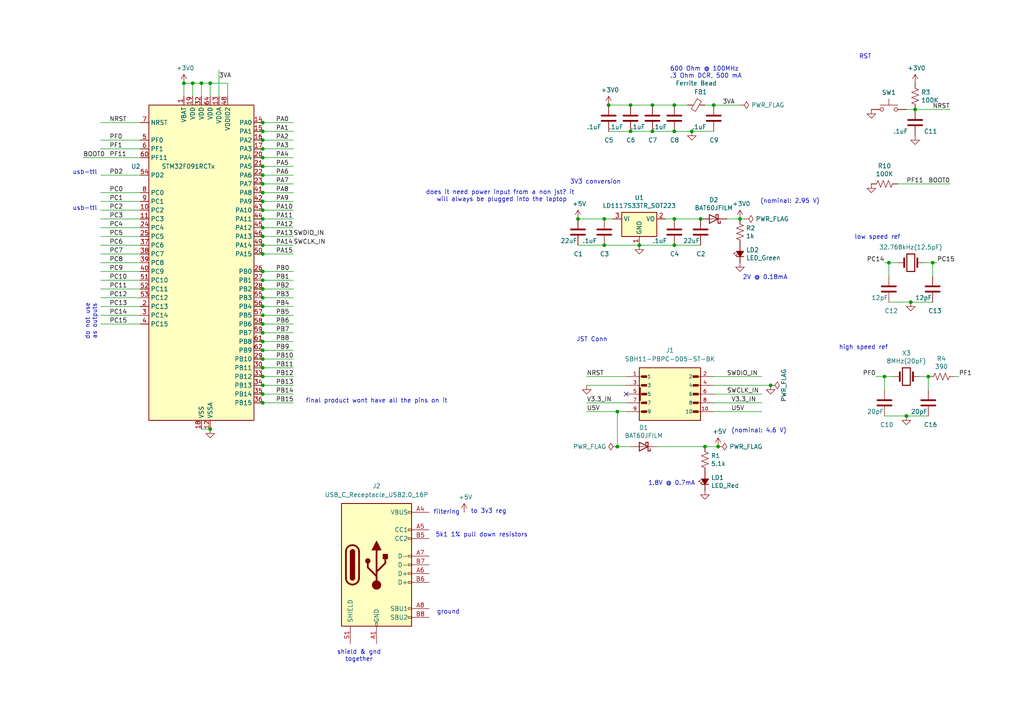
<source format=kicad_sch>
(kicad_sch (version 20250114) (generator "eeschema") (generator_version "9.0")
  (paper "A4")
  (title_block (title "AutonAir STM"))
  (lib_symbols
    (symbol "Connector:USB_C_Receptacle_USB2.0_16P" (pin_names (offset 1.016))
      (property "Reference" "J" (at 0 22.225 0))
      (property "Value" "USB_C_Receptacle_USB2.0_16P" (at 0 19.685 0))
      (symbol "USB_C_Receptacle_USB2.0_16P_0_0"
        (rectangle (start -0.254 -17.78) (end 0.254 -16.764))
        (rectangle (start 10.16 15.494) (end 9.144 14.986))
        (rectangle (start 10.16 10.414) (end 9.144 9.906))
        (rectangle (start 10.16 7.874) (end 9.144 7.366))
        (rectangle (start 10.16 2.794) (end 9.144 2.286))
        (rectangle (start 10.16 0.254) (end 9.144 -0.254))
        (rectangle (start 10.16 -2.286) (end 9.144 -2.794))
        (rectangle (start 10.16 -4.826) (end 9.144 -5.334))
        (rectangle (start 10.16 -12.446) (end 9.144 -12.954))
        (rectangle (start 10.16 -14.986) (end 9.144 -15.494))
      )
      (symbol "USB_C_Receptacle_USB2.0_16P_0_1"
        (rectangle (start -10.16 17.78) (end 10.16 -17.78) (stroke (width 0.254)) (fill (type background)))
        (polyline (pts (xy -8.89 -3.81) (xy -8.89 3.81)) (stroke (width 0.508)))
        (rectangle (start -7.62 -3.81) (end -6.35 3.81) (stroke (width 0.254)) (fill (type outline)))
        (arc (start -7.62 3.81) (mid -6.985 4.4423) (end -6.35 3.81) (stroke (width 0.254)))
        (arc (start -7.62 3.81) (mid -6.985 4.4423) (end -6.35 3.81) (stroke (width 0.254)) (fill (type outline)))
        (arc (start -8.89 3.81) (mid -6.985 5.7067) (end -5.08 3.81) (stroke (width 0.508)))
        (arc (start -5.08 -3.81) (mid -6.985 -5.7067) (end -8.89 -3.81) (stroke (width 0.508)))
        (arc (start -6.35 -3.81) (mid -6.985 -4.4423) (end -7.62 -3.81) (stroke (width 0.254)))
        (arc (start -6.35 -3.81) (mid -6.985 -4.4423) (end -7.62 -3.81) (stroke (width 0.254)) (fill (type outline)))
        (polyline (pts (xy -5.08 3.81) (xy -5.08 -3.81)) (stroke (width 0.508)))
        (circle (center -2.54 1.143) (radius 0.635) (stroke (width 0.254)) (fill (type outline)))
        (polyline (pts (xy -1.27 4.318) (xy 0 6.858) (xy 1.27 4.318) (xy -1.27 4.318)) (stroke (width 0.254)) (fill (type outline)))
        (polyline (pts (xy 0 -2.032) (xy 2.54 0.508) (xy 2.54 1.778)) (stroke (width 0.508)))
        (polyline (pts (xy 0 -3.302) (xy -2.54 -0.762) (xy -2.54 0.508)) (stroke (width 0.508)))
        (polyline (pts (xy 0 -5.842) (xy 0 4.318)) (stroke (width 0.508)))
        (circle (center 0 -5.842) (radius 1.27) (fill (type outline)))
        (rectangle (start 1.905 1.778) (end 3.175 3.048) (stroke (width 0.254)) (fill (type outline)))
      )
      (symbol "USB_C_Receptacle_USB2.0_16P_1_1"
        (pin passive line (at -7.62 -22.86 90) (length 5.08) (name "SHIELD") (number "S1"))
        (pin passive line (at 0 -22.86 90) (length 5.08) (name "GND") (number "A1"))
        (pin passive line (at 0 -22.86 90) (length 5.08) (hide yes) (name "GND") (number "A12"))
        (pin passive line (at 0 -22.86 90) (length 5.08) (hide yes) (name "GND") (number "B1"))
        (pin passive line (at 0 -22.86 90) (length 5.08) (hide yes) (name "GND") (number "B12"))
        (pin passive line (at 15.24 15.24 180) (length 5.08) (name "VBUS") (number "A4"))
        (pin passive line (at 15.24 15.24 180) (length 5.08) (hide yes) (name "VBUS") (number "A9"))
        (pin passive line (at 15.24 15.24 180) (length 5.08) (hide yes) (name "VBUS") (number "B4"))
        (pin passive line (at 15.24 15.24 180) (length 5.08) (hide yes) (name "VBUS") (number "B9"))
        (pin bidirectional line (at 15.24 10.16 180) (length 5.08) (name "CC1") (number "A5"))
        (pin bidirectional line (at 15.24 7.62 180) (length 5.08) (name "CC2") (number "B5"))
        (pin bidirectional line (at 15.24 2.54 180) (length 5.08) (name "D-") (number "A7"))
        (pin bidirectional line (at 15.24 0 180) (length 5.08) (name "D-") (number "B7"))
        (pin bidirectional line (at 15.24 -2.54 180) (length 5.08) (name "D+") (number "A6"))
        (pin bidirectional line (at 15.24 -5.08 180) (length 5.08) (name "D+") (number "B6"))
        (pin bidirectional line (at 15.24 -12.7 180) (length 5.08) (name "SBU1") (number "A8"))
        (pin bidirectional line (at 15.24 -15.24 180) (length 5.08) (name "SBU2") (number "B8"))
      )
    )
    (symbol "Device:C" (pin_numbers (hide yes)) (pin_names (offset 0.254))
      (property "Reference" "C" (at 0.635 2.54 0))
      (property "Value" "C" (at 0.635 -2.54 0))
      (symbol "C_0_1"
        (polyline (pts (xy -2.032 0.762) (xy 2.032 0.762)) (stroke (width 0.508)))
        (polyline (pts (xy -2.032 -0.762) (xy 2.032 -0.762)) (stroke (width 0.508)))
      )
      (symbol "C_1_1"
        (pin passive line (at 0 3.81 270) (length 2.794) (name "~") (number "1"))
        (pin passive line (at 0 -3.81 90) (length 2.794) (name "~") (number "2"))
      )
    )
    (symbol "Device:Crystal" (pin_numbers (hide yes)) (pin_names (offset 1.016) (hide yes))
      (property "Reference" "Y" (at 0 3.81 0))
      (property "Value" "Crystal" (at 0 -3.81 0))
      (symbol "Crystal_0_1"
        (polyline (pts (xy -2.54 0) (xy -1.905 0)))
        (polyline (pts (xy -1.905 -1.27) (xy -1.905 1.27)) (stroke (width 0.508)))
        (rectangle (start -1.143 2.54) (end 1.143 -2.54) (stroke (width 0.3048)))
        (polyline (pts (xy 1.905 -1.27) (xy 1.905 1.27)) (stroke (width 0.508)))
        (polyline (pts (xy 2.54 0) (xy 1.905 0)))
      )
      (symbol "Crystal_1_1"
        (pin passive line (at -3.81 0 0) (length 1.27) (name "1") (number "1"))
        (pin passive line (at 3.81 0 180) (length 1.27) (name "2") (number "2"))
      )
    )
    (symbol "Device:Ferrite_Bead_Small" (pin_numbers (hide yes)) (pin_names (offset 0))
      (property "Reference" "FB" (at 1.905 1.27 0))
      (property "Value" "Device_Ferrite_Bead_Small" (at 1.905 -1.27 0))
      (symbol "Ferrite_Bead_Small_0_1"
        (polyline (pts (xy -1.8288 0.2794) (xy -1.1176 1.4986) (xy 1.8288 -0.2032) (xy 1.1176 -1.4224) (xy -1.8288 0.2794)))
        (polyline (pts (xy 0 0.889) (xy 0 1.2954)))
        (polyline (pts (xy 0 -1.27) (xy 0 -0.7874)))
      )
      (symbol "Ferrite_Bead_Small_1_1"
        (pin passive line (at 0 2.54 270) (length 1.27) (name "~") (number "1"))
        (pin passive line (at 0 -2.54 90) (length 1.27) (name "~") (number "2"))
      )
    )
    (symbol "Device:LED_Small_ALT" (pin_numbers (hide yes)) (pin_names (offset 0.254) (hide yes))
      (property "Reference" "D" (at -1.27 3.175 0))
      (property "Value" "Device_LED_Small_ALT" (at -4.445 -2.54 0))
      (symbol "LED_Small_ALT_0_1"
        (polyline (pts (xy -0.762 -1.016) (xy -0.762 1.016)) (stroke (width 0.254)))
        (polyline (pts (xy 0 0.762) (xy -0.508 1.27) (xy -0.254 1.27) (xy -0.508 1.27) (xy -0.508 1.016)))
        (polyline (pts (xy 0.508 1.27) (xy 0 1.778) (xy 0.254 1.778) (xy 0 1.778) (xy 0 1.524)))
        (polyline (pts (xy 0.762 -1.016) (xy -0.762 0) (xy 0.762 1.016) (xy 0.762 -1.016)) (stroke (width 0.254)) (fill (type outline)))
        (polyline (pts (xy 1.016 0) (xy -0.762 0)))
      )
      (symbol "LED_Small_ALT_1_1"
        (pin passive line (at -2.54 0 0) (length 1.778) (name "K") (number "1"))
        (pin passive line (at 2.54 0 180) (length 1.778) (name "A") (number "2"))
      )
    )
    (symbol "Device:R_US" (pin_numbers (hide yes)) (pin_names (offset 0))
      (property "Reference" "R" (at 2.54 0 90))
      (property "Value" "R_US" (at -2.54 0 90))
      (symbol "R_US_0_1"
        (polyline (pts (xy 0 2.286) (xy 0 2.54)))
        (polyline (pts (xy 0 2.286) (xy 1.016 1.905) (xy 0 1.524) (xy -1.016 1.143) (xy 0 0.762)))
        (polyline (pts (xy 0 0.762) (xy 1.016 0.381) (xy 0 0) (xy -1.016 -0.381) (xy 0 -0.762)))
        (polyline (pts (xy 0 -0.762) (xy 1.016 -1.143) (xy 0 -1.524) (xy -1.016 -1.905) (xy 0 -2.286)))
        (polyline (pts (xy 0 -2.286) (xy 0 -2.54)))
      )
      (symbol "R_US_1_1"
        (pin passive line (at 0 3.81 270) (length 1.27) (name "~") (number "1"))
        (pin passive line (at 0 -3.81 90) (length 1.27) (name "~") (number "2"))
      )
    )
    (symbol "Diode:BAT60A" (pin_numbers (hide yes)) (pin_names (offset 1.016) (hide yes))
      (property "Reference" "D" (at 0 2.54 0))
      (property "Value" "BAT60A" (at 0 -2.54 0))
      (symbol "BAT60A_0_1"
        (polyline (pts (xy -1.905 0.635) (xy -1.905 1.27) (xy -1.27 1.27) (xy -1.27 -1.27) (xy -0.635 -1.27) (xy -0.635 -0.635)) (stroke (width 0.254)))
        (polyline (pts (xy 1.27 1.27) (xy 1.27 -1.27) (xy -1.27 0) (xy 1.27 1.27)) (stroke (width 0.254)))
        (polyline (pts (xy 1.27 0) (xy -1.27 0)))
      )
      (symbol "BAT60A_1_1"
        (pin passive line (at -3.81 0 0) (length 2.54) (name "K") (number "1"))
        (pin passive line (at 3.81 0 180) (length 2.54) (name "A") (number "2"))
      )
    )
    (symbol "MCU_ST_STM32F0:STM32F091RCTx"
      (property "Reference" "U" (at -15.24 46.99 0))
      (property "Value" "STM32F091RCTx" (at 10.16 46.99 0))
      (symbol "STM32F091RCTx_0_1"
        (rectangle (start -15.24 -45.72) (end 15.24 45.72) (stroke (width 0.254)) (fill (type background)))
      )
      (symbol "STM32F091RCTx_1_1"
        (pin input line (at -17.78 40.64 0) (length 2.54) (name "NRST") (number "7"))
        (pin bidirectional line (at -17.78 35.56 0) (length 2.54) (name "PF0") (number "5"))
        (pin bidirectional line (at -17.78 33.02 0) (length 2.54) (name "PF1") (number "6"))
        (pin bidirectional line (at -17.78 30.48 0) (length 2.54) (name "PF11") (number "60"))
        (pin bidirectional line (at -17.78 25.4 0) (length 2.54) (name "PD2") (number "54"))
        (pin bidirectional line (at -17.78 20.32 0) (length 2.54) (name "PC0") (number "8"))
        (pin bidirectional line (at -17.78 17.78 0) (length 2.54) (name "PC1") (number "9"))
        (pin bidirectional line (at -17.78 15.24 0) (length 2.54) (name "PC2") (number "10"))
        (pin bidirectional line (at -17.78 12.7 0) (length 2.54) (name "PC3") (number "11"))
        (pin bidirectional line (at -17.78 10.16 0) (length 2.54) (name "PC4") (number "24"))
        (pin bidirectional line (at -17.78 7.62 0) (length 2.54) (name "PC5") (number "25"))
        (pin bidirectional line (at -17.78 5.08 0) (length 2.54) (name "PC6") (number "37"))
        (pin bidirectional line (at -17.78 2.54 0) (length 2.54) (name "PC7") (number "38"))
        (pin bidirectional line (at -17.78 0 0) (length 2.54) (name "PC8") (number "39"))
        (pin bidirectional line (at -17.78 -2.54 0) (length 2.54) (name "PC9") (number "40"))
        (pin bidirectional line (at -17.78 -5.08 0) (length 2.54) (name "PC10") (number "51"))
        (pin bidirectional line (at -17.78 -7.62 0) (length 2.54) (name "PC11") (number "52"))
        (pin bidirectional line (at -17.78 -10.16 0) (length 2.54) (name "PC12") (number "53"))
        (pin bidirectional line (at -17.78 -12.7 0) (length 2.54) (name "PC13") (number "2"))
        (pin bidirectional line (at -17.78 -15.24 0) (length 2.54) (name "PC14") (number "3"))
        (pin bidirectional line (at -17.78 -17.78 0) (length 2.54) (name "PC15") (number "4"))
        (pin power_in line (at -5.08 48.26 270) (length 2.54) (name "VBAT") (number "1"))
        (pin power_in line (at -2.54 48.26 270) (length 2.54) (name "VDD") (number "19"))
        (pin power_in line (at 0 48.26 270) (length 2.54) (name "VDD") (number "32"))
        (pin power_in line (at 0 -48.26 90) (length 2.54) (name "VSS") (number "18"))
        (pin passive line (at 0 -48.26 90) (length 2.54) (hide yes) (name "VSS") (number "31"))
        (pin passive line (at 0 -48.26 90) (length 2.54) (hide yes) (name "VSS") (number "47"))
        (pin passive line (at 0 -48.26 90) (length 2.54) (hide yes) (name "VSS") (number "63"))
        (pin power_in line (at 2.54 48.26 270) (length 2.54) (name "VDD") (number "64"))
        (pin power_in line (at 2.54 -48.26 90) (length 2.54) (name "VSSA") (number "12"))
        (pin power_in line (at 5.08 48.26 270) (length 2.54) (name "VDDA") (number "13"))
        (pin power_in line (at 7.62 48.26 270) (length 2.54) (name "VDDIO2") (number "48"))
        (pin bidirectional line (at 17.78 40.64 180) (length 2.54) (name "PA0") (number "14"))
        (pin bidirectional line (at 17.78 38.1 180) (length 2.54) (name "PA1") (number "15"))
        (pin bidirectional line (at 17.78 35.56 180) (length 2.54) (name "PA2") (number "16"))
        (pin bidirectional line (at 17.78 33.02 180) (length 2.54) (name "PA3") (number "17"))
        (pin bidirectional line (at 17.78 30.48 180) (length 2.54) (name "PA4") (number "20"))
        (pin bidirectional line (at 17.78 27.94 180) (length 2.54) (name "PA5") (number "21"))
        (pin bidirectional line (at 17.78 25.4 180) (length 2.54) (name "PA6") (number "22"))
        (pin bidirectional line (at 17.78 22.86 180) (length 2.54) (name "PA7") (number "23"))
        (pin bidirectional line (at 17.78 20.32 180) (length 2.54) (name "PA8") (number "41"))
        (pin bidirectional line (at 17.78 17.78 180) (length 2.54) (name "PA9") (number "42"))
        (pin bidirectional line (at 17.78 15.24 180) (length 2.54) (name "PA10") (number "43"))
        (pin bidirectional line (at 17.78 12.7 180) (length 2.54) (name "PA11") (number "44"))
        (pin bidirectional line (at 17.78 10.16 180) (length 2.54) (name "PA12") (number "45"))
        (pin bidirectional line (at 17.78 7.62 180) (length 2.54) (name "PA13") (number "46"))
        (pin bidirectional line (at 17.78 5.08 180) (length 2.54) (name "PA14") (number "49"))
        (pin bidirectional line (at 17.78 2.54 180) (length 2.54) (name "PA15") (number "50"))
        (pin bidirectional line (at 17.78 -2.54 180) (length 2.54) (name "PB0") (number "26"))
        (pin bidirectional line (at 17.78 -5.08 180) (length 2.54) (name "PB1") (number "27"))
        (pin bidirectional line (at 17.78 -7.62 180) (length 2.54) (name "PB2") (number "28"))
        (pin bidirectional line (at 17.78 -10.16 180) (length 2.54) (name "PB3") (number "55"))
        (pin bidirectional line (at 17.78 -12.7 180) (length 2.54) (name "PB4") (number "56"))
        (pin bidirectional line (at 17.78 -15.24 180) (length 2.54) (name "PB5") (number "57"))
        (pin bidirectional line (at 17.78 -17.78 180) (length 2.54) (name "PB6") (number "58"))
        (pin bidirectional line (at 17.78 -20.32 180) (length 2.54) (name "PB7") (number "59"))
        (pin bidirectional line (at 17.78 -22.86 180) (length 2.54) (name "PB8") (number "61"))
        (pin bidirectional line (at 17.78 -25.4 180) (length 2.54) (name "PB9") (number "62"))
        (pin bidirectional line (at 17.78 -27.94 180) (length 2.54) (name "PB10") (number "29"))
        (pin bidirectional line (at 17.78 -30.48 180) (length 2.54) (name "PB11") (number "30"))
        (pin bidirectional line (at 17.78 -33.02 180) (length 2.54) (name "PB12") (number "33"))
        (pin bidirectional line (at 17.78 -35.56 180) (length 2.54) (name "PB13") (number "34"))
        (pin bidirectional line (at 17.78 -38.1 180) (length 2.54) (name "PB14") (number "35"))
        (pin bidirectional line (at 17.78 -40.64 180) (length 2.54) (name "PB15") (number "36"))
      )
    )
    (symbol "Regulator_Linear:LD1117S33TR_SOT223"
      (property "Reference" "U" (at -3.81 3.175 0))
      (property "Value" "LD1117S33TR_SOT223" (at 0 3.175 0))
      (symbol "LD1117S33TR_SOT223_0_1"
        (rectangle (start -5.08 -5.08) (end 5.08 1.905) (stroke (width 0.254)) (fill (type background)))
      )
      (symbol "LD1117S33TR_SOT223_1_1"
        (pin power_in line (at -7.62 0 0) (length 2.54) (name "VI") (number "3"))
        (pin power_in line (at 0 -7.62 90) (length 2.54) (name "GND") (number "1"))
        (pin power_out line (at 7.62 0 180) (length 2.54) (name "VO") (number "2"))
      )
    )
    (symbol "Switch:SW_Push" (pin_numbers (hide yes)) (pin_names (offset 1.016) (hide yes))
      (property "Reference" "SW" (at 1.27 2.54 0))
      (property "Value" "SW_Push" (at 0 -1.524 0))
      (symbol "SW_Push_0_1"
        (circle (center -2.032 0) (radius 0.508))
        (polyline (pts (xy 0 1.27) (xy 0 3.048)))
        (circle (center 2.032 0) (radius 0.508))
        (polyline (pts (xy 2.54 1.27) (xy -2.54 1.27)))
        (pin passive line (at -5.08 0 0) (length 2.54) (name "1") (number "1"))
        (pin passive line (at 5.08 0 180) (length 2.54) (name "2") (number "2"))
      )
    )
    (symbol "jtag_conn:SBH11-PBPC-D05-ST-BK" (pin_names (offset 1.016))
      (property "Reference" "J" (at -10.16 8.89 0))
      (property "Value" "SBH11-PBPC-D05-ST-BK" (at -10.16 -10.16 0))
      (symbol "SBH11-PBPC-D05-ST-BK_0_0"
        (rectangle (start -8.89 7.62) (end 8.89 -7.62) (stroke (width 0.254)) (fill (type background)))
        (rectangle (start -8.255 4.7625) (end -6.6675 5.3975) (stroke (width 0.1)) (fill (type outline)))
        (rectangle (start -8.255 2.2225) (end -6.6675 2.8575) (stroke (width 0.1)) (fill (type outline)))
        (rectangle (start -8.255 -0.3175) (end -6.6675 0.3175) (stroke (width 0.1)) (fill (type outline)))
        (rectangle (start -8.255 -2.8575) (end -6.6675 -2.2225) (stroke (width 0.1)) (fill (type outline)))
        (rectangle (start -8.255 -5.3975) (end -6.6675 -4.7625) (stroke (width 0.1)) (fill (type outline)))
        (rectangle (start 6.6675 4.7625) (end 8.255 5.3975) (stroke (width 0.1)) (fill (type outline)))
        (rectangle (start 6.6675 2.2225) (end 8.255 2.8575) (stroke (width 0.1)) (fill (type outline)))
        (rectangle (start 6.6675 -0.3175) (end 8.255 0.3175) (stroke (width 0.1)) (fill (type outline)))
        (rectangle (start 6.6675 -2.8575) (end 8.255 -2.2225) (stroke (width 0.1)) (fill (type outline)))
        (rectangle (start 6.6675 -5.3975) (end 8.255 -4.7625) (stroke (width 0.1)) (fill (type outline)))
        (pin passive line (at -12.7 5.08 0) (length 5.08) (name "1") (number "1"))
        (pin passive line (at -12.7 2.54 0) (length 5.08) (name "3") (number "3"))
        (pin passive line (at -12.7 0 0) (length 5.08) (name "5") (number "5"))
        (pin passive line (at -12.7 -2.54 0) (length 5.08) (name "7") (number "7"))
        (pin passive line (at -12.7 -5.08 0) (length 5.08) (name "9") (number "9"))
        (pin passive line (at 12.7 5.08 180) (length 5.08) (name "2") (number "2"))
        (pin passive line (at 12.7 2.54 180) (length 5.08) (name "4") (number "4"))
        (pin passive line (at 12.7 0 180) (length 5.08) (name "6") (number "6"))
        (pin passive line (at 12.7 -2.54 180) (length 5.08) (name "8") (number "8"))
        (pin passive line (at 12.7 -5.08 180) (length 5.08) (name "10") (number "10"))
      )
      (symbol "SBH11-PBPC-D05-ST-BK_1_1"
        (rectangle (start -8.89 1.905) (end -8.5345 -1.905) (fill (type outline)))
      )
    )
    (symbol "power:+3V0" (power) (pin_numbers (hide yes)) (pin_names (offset 0) (hide yes))
      (property "Value" "+3V0" (at 0 3.556 0))
      (symbol "+3V0_0_1"
        (polyline (pts (xy -0.762 1.27) (xy 0 2.54)))
        (polyline (pts (xy 0 2.54) (xy 0.762 1.27)))
        (polyline (pts (xy 0 0) (xy 0 2.54)))
      )
      (symbol "+3V0_1_1"
        (pin power_in line (at 0 0 90) (length 0) (name "~") (number "1"))
      )
    )
    (symbol "power:+5V" (power) (pin_numbers (hide yes)) (pin_names (offset 0) (hide yes))
      (property "Value" "+5V" (at 0 3.556 0))
      (symbol "+5V_0_1"
        (polyline (pts (xy -0.762 1.27) (xy 0 2.54)))
        (polyline (pts (xy 0 2.54) (xy 0.762 1.27)))
        (polyline (pts (xy 0 0) (xy 0 2.54)))
      )
      (symbol "+5V_1_1"
        (pin power_in line (at 0 0 90) (length 0) (name "~") (number "1"))
      )
    )
    (symbol "power:GND" (power) (pin_numbers (hide yes)) (pin_names (offset 0) (hide yes))
      (property "Value" "GND" (at 0 -3.81 0))
      (symbol "GND_0_1"
        (polyline (pts (xy 0 0) (xy 0 -1.27) (xy 1.27 -1.27) (xy 0 -2.54) (xy -1.27 -1.27) (xy 0 -1.27)))
      )
      (symbol "GND_1_1"
        (pin power_in line (at 0 0 270) (length 0) (name "~") (number "1"))
      )
    )
    (symbol "power:PWR_FLAG" (power) (pin_numbers (hide yes)) (pin_names (offset 0) (hide yes))
      (property "Value" "PWR_FLAG" (at 0 3.81 0))
      (symbol "PWR_FLAG_0_0"
        (pin power_out line (at 0 0 90) (length 0) (name "~") (number "1"))
      )
      (symbol "PWR_FLAG_0_1"
        (polyline (pts (xy 0 0) (xy 0 1.27) (xy -1.016 1.905) (xy 0 2.54) (xy 1.016 1.905) (xy 0 1.27)))
      )
    )
  )
  (text "ground\n" (at 130.048 177.546 0) (effects (font (size 1.27 1.27))))
  (text "does it need power input from a non jst? it \nwill always be plugged into the laptop" (at 145.542 56.896 0) (effects (font (size 1.27 1.27))))
  (text "600 Ohm @ 100MHz\n.3 Ohm DCR, 500 mA" (at 194.31 22.86 0) (effects (font (size 1.27 1.27)) (justify left bottom)))
  (text "usb-ttl" (at 24.638 60.452 0) (effects (font (size 1.27 1.27))))
  (text "2V @ 0.18mA" (at 215.392 81.28 0) (effects (font (size 1.27 1.27)) (justify left bottom)))
  (text "5k1 1% pull down resistors" (at 139.7 155.194 0) (effects (font (size 1.27 1.27))))
  (text "shield & gnd\ntogether\n" (at 104.14 190.246 0) (effects (font (size 1.27 1.27))))
  (text "(nominal: 2.95 V)" (at 220.472 59.182 0) (effects (font (size 1.27 1.27)) (justify left bottom)))
  (text "to 3v3 reg" (at 141.732 148.336 0) (effects (font (size 1.27 1.27))))
  (text "usb-ttl" (at 24.638 50.038 0) (effects (font (size 1.27 1.27))))
  (text "RST" (at 250.952 16.51 0) (effects (font (size 1.27 1.27))))
  (text "1.8V @ 0.7mA" (at 187.96 140.97 0) (effects (font (size 1.27 1.27)) (justify left bottom)))
  (text "(nominal: 4.6 V)" (at 212.09 125.73 0) (effects (font (size 1.27 1.27)) (justify left bottom)))
  (text "do not use\nas outputs" (at 26.416 93.218 90) (effects (font (size 1.27 1.27))))
  (text "JST Conn" (at 171.704 98.552 0) (effects (font (size 1.27 1.27))))
  (text "high speed ref" (at 250.444 100.838 0) (effects (font (size 1.27 1.27))))
  (text "3V3 conversion" (at 172.72 52.832 0) (effects (font (size 1.27 1.27))))
  (text "low speed ref" (at 254.508 68.834 0) (effects (font (size 1.27 1.27))))
  (text "final product wont have all the pins on it\n" (at 109.22 116.332 0) (effects (font (size 1.27 1.27))))
  (text "filtering\n" (at 129.54 148.59 0) (effects (font (size 1.27 1.27))))
  (junction (at 195.58 63.5))
  (junction (at 76.2 48.26))
  (junction (at 76.2 38.1))
  (junction (at 262.89 120.65))
  (junction (at 53.34 24.13))
  (junction (at 200.66 38.1))
  (junction (at 175.26 71.12))
  (junction (at 167.64 63.5))
  (junction (at 265.43 31.75))
  (junction (at 208.28 129.54))
  (junction (at 76.2 93.98))
  (junction (at 76.2 40.64))
  (junction (at 76.2 83.82))
  (junction (at 214.63 63.5))
  (junction (at 60.96 24.13))
  (junction (at 76.2 96.52))
  (junction (at 269.24 109.22))
  (junction (at 58.42 24.13))
  (junction (at 185.42 71.12))
  (junction (at 189.23 38.1))
  (junction (at 76.2 43.18))
  (junction (at 76.2 101.6))
  (junction (at 76.2 111.76))
  (junction (at 76.2 88.9))
  (junction (at 76.2 99.06))
  (junction (at 76.2 63.5))
  (junction (at 76.2 68.58))
  (junction (at 203.2 63.5))
  (junction (at 189.23 30.48))
  (junction (at 207.01 30.48))
  (junction (at 76.2 114.3))
  (junction (at 76.2 78.74))
  (junction (at 76.2 53.34))
  (junction (at 176.53 30.48))
  (junction (at 76.2 71.12))
  (junction (at 76.2 116.84))
  (junction (at 76.2 50.8))
  (junction (at 179.07 119.38))
  (junction (at 195.58 30.48))
  (junction (at 76.2 91.44))
  (junction (at 182.88 30.48))
  (junction (at 76.2 55.88))
  (junction (at 175.26 63.5))
  (junction (at 76.2 104.14))
  (junction (at 76.2 81.28))
  (junction (at 204.47 129.54))
  (junction (at 76.2 58.42))
  (junction (at 76.2 73.66))
  (junction (at 76.2 60.96))
  (junction (at 195.58 71.12))
  (junction (at 76.2 45.72))
  (junction (at 76.2 86.36))
  (junction (at 179.07 129.54))
  (junction (at 257.81 76.2))
  (junction (at 223.52 111.76))
  (junction (at 76.2 35.56))
  (junction (at 264.16 87.63))
  (junction (at 76.2 66.04))
  (junction (at 76.2 106.68))
  (junction (at 195.58 38.1))
  (junction (at 182.88 38.1))
  (junction (at 60.96 124.46))
  (junction (at 256.54 109.22))
  (junction (at 76.2 109.22))
  (junction (at 55.88 24.13))
  (junction (at 270.51 76.2))
  (no_connect (at 181.61 114.3))
  (wire (pts (xy 264.16 87.63) (xy 270.51 87.63)))
  (wire (pts (xy 73.66 63.5) (xy 76.2 63.5)))
  (wire (pts (xy 254 109.22) (xy 256.54 109.22)))
  (wire (pts (xy 207.01 111.76) (xy 223.52 111.76)))
  (wire (pts (xy 266.7 109.22) (xy 269.24 109.22)))
  (wire (pts (xy 200.66 38.1) (xy 207.01 38.1)))
  (wire (pts (xy 76.2 93.98) (xy 85.09 93.98)))
  (wire (pts (xy 76.2 101.6) (xy 85.09 101.6)))
  (wire (pts (xy 55.88 24.13) (xy 55.88 27.94)))
  (wire (pts (xy 76.2 111.76) (xy 85.09 111.76)))
  (wire (pts (xy 259.08 109.22) (xy 256.54 109.22)))
  (wire (pts (xy 260.35 76.2) (xy 257.81 76.2)))
  (wire (pts (xy 40.64 78.74) (xy 29.21 78.74)))
  (wire (pts (xy 73.66 50.8) (xy 76.2 50.8)))
  (wire (pts (xy 76.2 99.06) (xy 85.09 99.06)))
  (wire (pts (xy 73.66 48.26) (xy 76.2 48.26)))
  (wire (pts (xy 73.66 83.82) (xy 76.2 83.82)))
  (wire (pts (xy 76.2 60.96) (xy 85.09 60.96)))
  (wire (pts (xy 53.34 24.13) (xy 55.88 24.13)))
  (wire (pts (xy 167.64 63.5) (xy 175.26 63.5)))
  (wire (pts (xy 76.2 91.44) (xy 85.09 91.44)))
  (wire (pts (xy 76.2 104.14) (xy 85.09 104.14)))
  (wire (pts (xy 73.66 66.04) (xy 76.2 66.04)))
  (wire (pts (xy 76.2 66.04) (xy 85.09 66.04)))
  (wire (pts (xy 24.13 45.72) (xy 40.64 45.72)))
  (wire (pts (xy 208.28 129.54) (xy 204.47 129.54)))
  (wire (pts (xy 269.24 109.22) (xy 269.24 113.03)))
  (wire (pts (xy 58.42 24.13) (xy 60.96 24.13)))
  (wire (pts (xy 204.47 129.54) (xy 190.5 129.54)))
  (wire (pts (xy 58.42 124.46) (xy 60.96 124.46)))
  (wire (pts (xy 60.96 24.13) (xy 60.96 27.94)))
  (wire (pts (xy 53.34 27.94) (xy 53.34 24.13)))
  (wire (pts (xy 73.66 40.64) (xy 76.2 40.64)))
  (wire (pts (xy 73.66 99.06) (xy 76.2 99.06)))
  (wire (pts (xy 73.66 71.12) (xy 76.2 71.12)))
  (wire (pts (xy 40.64 35.56) (xy 29.21 35.56)))
  (wire (pts (xy 40.64 43.18) (xy 29.21 43.18)))
  (wire (pts (xy 76.2 43.18) (xy 85.09 43.18)))
  (wire (pts (xy 40.64 91.44) (xy 29.21 91.44)))
  (wire (pts (xy 179.07 119.38) (xy 179.07 129.54)))
  (wire (pts (xy 257.81 87.63) (xy 264.16 87.63)))
  (wire (pts (xy 76.2 68.58) (xy 85.09 68.58)))
  (wire (pts (xy 73.66 58.42) (xy 76.2 58.42)))
  (wire (pts (xy 73.66 101.6) (xy 76.2 101.6)))
  (wire (pts (xy 207.01 109.22) (xy 220.98 109.22)))
  (wire (pts (xy 40.64 40.64) (xy 29.21 40.64)))
  (wire (pts (xy 182.88 30.48) (xy 189.23 30.48)))
  (wire (pts (xy 73.66 88.9) (xy 76.2 88.9)))
  (wire (pts (xy 40.64 50.8) (xy 29.21 50.8)))
  (wire (pts (xy 256.54 76.2) (xy 257.81 76.2)))
  (wire (pts (xy 40.64 86.36) (xy 29.21 86.36)))
  (wire (pts (xy 40.64 55.88) (xy 29.21 55.88)))
  (wire (pts (xy 63.5 20.32) (xy 63.5 27.94)))
  (wire (pts (xy 76.2 58.42) (xy 85.09 58.42)))
  (wire (pts (xy 40.64 60.96) (xy 29.21 60.96)))
  (wire (pts (xy 73.66 116.84) (xy 76.2 116.84)))
  (wire (pts (xy 195.58 63.5) (xy 203.2 63.5)))
  (wire (pts (xy 195.58 71.12) (xy 203.2 71.12)))
  (wire (pts (xy 40.64 81.28) (xy 29.21 81.28)))
  (wire (pts (xy 40.64 58.42) (xy 29.21 58.42)))
  (wire (pts (xy 76.2 38.1) (xy 85.09 38.1)))
  (wire (pts (xy 73.66 38.1) (xy 76.2 38.1)))
  (wire (pts (xy 76.2 63.5) (xy 85.09 63.5)))
  (wire (pts (xy 181.61 109.22) (xy 170.18 109.22)))
  (wire (pts (xy 76.2 88.9) (xy 85.09 88.9)))
  (wire (pts (xy 214.63 63.5) (xy 215.9 63.5)))
  (wire (pts (xy 207.01 116.84) (xy 220.98 116.84)))
  (wire (pts (xy 76.2 50.8) (xy 85.09 50.8)))
  (wire (pts (xy 262.89 31.75) (xy 265.43 31.75)))
  (wire (pts (xy 73.66 93.98) (xy 76.2 93.98)))
  (wire (pts (xy 182.88 38.1) (xy 189.23 38.1)))
  (wire (pts (xy 256.54 109.22) (xy 256.54 113.03)))
  (wire (pts (xy 40.64 76.2) (xy 29.21 76.2)))
  (wire (pts (xy 181.61 119.38) (xy 179.07 119.38)))
  (wire (pts (xy 73.66 81.28) (xy 76.2 81.28)))
  (wire (pts (xy 195.58 30.48) (xy 199.39 30.48)))
  (wire (pts (xy 73.66 111.76) (xy 76.2 111.76)))
  (wire (pts (xy 73.66 78.74) (xy 76.2 78.74)))
  (wire (pts (xy 40.64 88.9) (xy 29.21 88.9)))
  (wire (pts (xy 58.42 24.13) (xy 58.42 27.94)))
  (wire (pts (xy 175.26 71.12) (xy 185.42 71.12)))
  (wire (pts (xy 170.18 111.76) (xy 181.61 111.76)))
  (wire (pts (xy 179.07 129.54) (xy 182.88 129.54)))
  (wire (pts (xy 73.66 43.18) (xy 76.2 43.18)))
  (wire (pts (xy 189.23 30.48) (xy 195.58 30.48)))
  (wire (pts (xy 40.64 68.58) (xy 29.21 68.58)))
  (wire (pts (xy 40.64 73.66) (xy 29.21 73.66)))
  (wire (pts (xy 73.66 53.34) (xy 76.2 53.34)))
  (wire (pts (xy 73.66 91.44) (xy 76.2 91.44)))
  (wire (pts (xy 55.88 24.13) (xy 58.42 24.13)))
  (wire (pts (xy 40.64 83.82) (xy 29.21 83.82)))
  (wire (pts (xy 193.04 63.5) (xy 195.58 63.5)))
  (wire (pts (xy 73.66 73.66) (xy 76.2 73.66)))
  (wire (pts (xy 265.43 31.75) (xy 275.59 31.75)))
  (wire (pts (xy 167.64 71.12) (xy 175.26 71.12)))
  (wire (pts (xy 76.2 78.74) (xy 85.09 78.74)))
  (wire (pts (xy 207.01 114.3) (xy 220.98 114.3)))
  (wire (pts (xy 73.66 109.22) (xy 76.2 109.22)))
  (wire (pts (xy 76.2 48.26) (xy 85.09 48.26)))
  (wire (pts (xy 267.97 76.2) (xy 270.51 76.2)))
  (wire (pts (xy 207.01 30.48) (xy 214.63 30.48)))
  (wire (pts (xy 177.8 63.5) (xy 175.26 63.5)))
  (wire (pts (xy 176.53 30.48) (xy 182.88 30.48)))
  (wire (pts (xy 40.64 63.5) (xy 29.21 63.5)))
  (wire (pts (xy 189.23 38.1) (xy 195.58 38.1)))
  (wire (pts (xy 76.2 81.28) (xy 85.09 81.28)))
  (wire (pts (xy 262.89 120.65) (xy 269.24 120.65)))
  (wire (pts (xy 76.2 35.56) (xy 85.09 35.56)))
  (wire (pts (xy 195.58 38.1) (xy 200.66 38.1)))
  (wire (pts (xy 76.2 53.34) (xy 85.09 53.34)))
  (wire (pts (xy 76.2 86.36) (xy 85.09 86.36)))
  (wire (pts (xy 207.01 119.38) (xy 220.98 119.38)))
  (wire (pts (xy 66.04 24.13) (xy 66.04 27.94)))
  (wire (pts (xy 60.96 24.13) (xy 66.04 24.13)))
  (wire (pts (xy 179.07 119.38) (xy 170.18 119.38)))
  (wire (pts (xy 76.2 71.12) (xy 85.09 71.12)))
  (wire (pts (xy 76.2 109.22) (xy 85.09 109.22)))
  (wire (pts (xy 73.66 104.14) (xy 76.2 104.14)))
  (wire (pts (xy 73.66 68.58) (xy 76.2 68.58)))
  (wire (pts (xy 76.2 45.72) (xy 85.09 45.72)))
  (wire (pts (xy 76.2 73.66) (xy 85.09 73.66)))
  (wire (pts (xy 181.61 116.84) (xy 170.18 116.84)))
  (wire (pts (xy 185.42 71.12) (xy 195.58 71.12)))
  (wire (pts (xy 40.64 66.04) (xy 29.21 66.04)))
  (wire (pts (xy 260.35 53.34) (xy 275.59 53.34)))
  (wire (pts (xy 40.64 71.12) (xy 29.21 71.12)))
  (wire (pts (xy 257.81 76.2) (xy 257.81 80.01)))
  (wire (pts (xy 256.54 120.65) (xy 262.89 120.65)))
  (wire (pts (xy 76.2 96.52) (xy 85.09 96.52)))
  (wire (pts (xy 76.2 106.68) (xy 85.09 106.68)))
  (wire (pts (xy 76.2 40.64) (xy 85.09 40.64)))
  (wire (pts (xy 76.2 83.82) (xy 85.09 83.82)))
  (wire (pts (xy 176.53 38.1) (xy 182.88 38.1)))
  (wire (pts (xy 73.66 106.68) (xy 76.2 106.68)))
  (wire (pts (xy 73.66 60.96) (xy 76.2 60.96)))
  (wire (pts (xy 73.66 55.88) (xy 76.2 55.88)))
  (wire (pts (xy 73.66 45.72) (xy 76.2 45.72)))
  (wire (pts (xy 73.66 96.52) (xy 76.2 96.52)))
  (wire (pts (xy 276.86 109.22) (xy 278.13 109.22)))
  (wire (pts (xy 271.78 76.2) (xy 270.51 76.2)))
  (wire (pts (xy 40.64 93.98) (xy 29.21 93.98)))
  (wire (pts (xy 76.2 116.84) (xy 85.09 116.84)))
  (wire (pts (xy 76.2 55.88) (xy 85.09 55.88)))
  (wire (pts (xy 73.66 114.3) (xy 76.2 114.3)))
  (wire (pts (xy 73.66 86.36) (xy 76.2 86.36)))
  (wire (pts (xy 204.47 30.48) (xy 207.01 30.48)))
  (wire (pts (xy 210.82 63.5) (xy 214.63 63.5)))
  (wire (pts (xy 76.2 114.3) (xy 85.09 114.3)))
  (wire (pts (xy 270.51 76.2) (xy 270.51 80.01)))
  (wire (pts (xy 73.66 35.56) (xy 76.2 35.56)))
  (label "PC10" (at 31.75 81.28 0))
  (label "PB4" (at 80.01 88.9 0))
  (label "PA2" (at 80.01 40.64 0))
  (label "PC14" (at 256.54 76.2 180))
  (label "PA3" (at 80.01 43.18 0))
  (label "PF0" (at 254 109.22 180))
  (label "PF1" (at 31.75 43.18 0))
  (label "PB12" (at 80.01 109.22 0))
  (label "V3.3_IN" (at 170.18 116.84 0))
  (label "PA11" (at 80.01 63.5 0))
  (label "PA9" (at 80.01 58.42 0))
  (label "PB15" (at 80.01 116.84 0))
  (label "U5V" (at 170.18 119.38 0))
  (label "PA1" (at 80.01 38.1 0))
  (label "PA4" (at 80.01 45.72 0))
  (label "PD2" (at 31.75 50.8 0))
  (label "V3.3_IN" (at 212.09 116.84 0))
  (label "PC15" (at 271.78 76.2 0))
  (label "PC1" (at 31.75 58.42 0))
  (label "PB1" (at 80.01 81.28 0))
  (label "PB2" (at 80.01 83.82 0))
  (label "PB7" (at 80.01 96.52 0))
  (label "PA12" (at 80.01 66.04 0))
  (label "PB8" (at 80.01 99.06 0))
  (label "SWCLK_IN" (at 210.82 114.3 0))
  (label "PA0" (at 80.01 35.56 0))
  (label "PC9" (at 31.75 78.74 0))
  (label "PB13" (at 80.01 111.76 0))
  (label "NRST" (at 270.51 31.75 0))
  (label "PA14" (at 80.01 71.12 0))
  (label "SWCLK_IN" (at 85.09 71.12 0))
  (label "3VA" (at 209.55 30.48 0))
  (label "PA15" (at 80.01 73.66 0))
  (label "PB6" (at 80.01 93.98 0))
  (label "SWDIO_IN" (at 210.82 109.22 0))
  (label "PC11" (at 31.75 83.82 0))
  (label "U5V" (at 212.09 119.38 0))
  (label "PF11" (at 262.89 53.34 0))
  (label "PB9" (at 80.01 101.6 0))
  (label "PC12" (at 31.75 86.36 0))
  (label "PC6" (at 31.75 71.12 0))
  (label "PF11" (at 31.75 45.72 0))
  (label "3VA" (at 63.5 22.86 0))
  (label "BOOT0" (at 24.13 45.72 0))
  (label "BOOT0" (at 269.24 53.34 0))
  (label "PC2" (at 31.75 60.96 0))
  (label "PC13" (at 31.75 88.9 0))
  (label "PA6" (at 80.01 50.8 0))
  (label "PC7" (at 31.75 73.66 0))
  (label "PF0" (at 31.75 40.64 0))
  (label "PC4" (at 31.75 66.04 0))
  (label "PB3" (at 80.01 86.36 0))
  (label "PC5" (at 31.75 68.58 0))
  (label "PB11" (at 80.01 106.68 0))
  (label "PC3" (at 31.75 63.5 0))
  (label "PC14" (at 31.75 91.44 0))
  (label "NRST" (at 31.75 35.56 0))
  (label "PA13" (at 80.01 68.58 0))
  (label "PB5" (at 80.01 91.44 0))
  (label "PB10" (at 80.01 104.14 0))
  (label "PA5" (at 80.01 48.26 0))
  (label "PA8" (at 80.01 55.88 0))
  (label "PB0" (at 80.01 78.74 0))
  (label "PB14" (at 80.01 114.3 0))
  (label "PF1" (at 278.13 109.22 0))
  (label "PC0" (at 31.75 55.88 0))
  (label "PA10" (at 80.01 60.96 0))
  (label "SWDIO_IN" (at 85.09 68.58 0))
  (label "PA7" (at 80.01 53.34 0))
  (label "PC15" (at 31.75 93.98 0))
  (label "NRST" (at 170.18 109.22 0))
  (label "PC8" (at 31.75 76.2 0))
  (symbol (lib_id "Device:R_US") (at 265.43 27.94 0) (unit 1)
    (property "Reference" "R3" (at 267.1572 26.7716 0) (effects (justify left)))
    (property "Value" "100K" (at 267.1572 29.083 0) (effects (justify left)))
    (property "Footprint" "Resistor_SMD:R_0805_2012Metric_Pad1.15x1.40mm_HandSolder" (effects (hide yes)))
  )
  (symbol (lib_id "Switch:SW_Push") (at 257.81 31.75 0) (unit 1)
    (property "Reference" "SW1" (at 257.81 26.8478 0))
    (property "Value" "SW_Push" (effects (hide yes)))
    (property "Footprint" "Button_Switch_SMD:SW_SPST_PTS645" (effects (hide yes)))
  )
  (symbol (lib_id "power:GND") (at 265.43 39.37 0) (unit 1)
    (property "Reference" "#PWR0101" (effects (hide yes)))
    (property "Value" "GND" (effects (hide yes)))
  )
  (symbol (lib_id "power:GND") (at 252.73 31.75 0) (unit 1)
    (property "Reference" "#PWR0102" (effects (hide yes)))
    (property "Value" "GND" (effects (hide yes)))
  )
  (symbol (lib_id "Device:Ferrite_Bead_Small") (at 201.93 30.48 270) (unit 1)
    (property "Reference" "FB1" (at 203.2 26.67 90))
    (property "Value" "Ferrite Bead" (at 201.93 24.13 90))
    (property "Footprint" "Inductor_SMD:L_0805_2012Metric_Pad1.15x1.40mm_HandSolder" (effects (hide yes)))
  )
  (symbol (lib_id "power:GND") (at 170.18 111.76 0) (unit 1)
    (property "Reference" "#PWR0106" (effects (hide yes)))
    (property "Value" "GND" (effects (hide yes)))
  )
  (symbol (lib_id "power:GND") (at 223.52 111.76 0) (unit 1)
    (property "Reference" "#PWR0107" (effects (hide yes)))
    (property "Value" "GND" (effects (hide yes)))
  )
  (symbol (lib_id "Regulator_Linear:LD1117S33TR_SOT223") (at 185.42 63.5 0) (unit 1)
    (property "Reference" "U1" (at 185.42 57.3532 0))
    (property "Value" "LD1117S33TR_SOT223" (at 185.42 59.6646 0))
    (property "Footprint" "Package_TO_SOT_SMD:SOT-223-3_TabPin2" (effects (hide yes)))
    (property "Datasheet" "http://www.st.com/st-web-ui/static/active/en/resource/technical/document/datasheet/CD00000544.pdf" (effects (hide yes)))
  )
  (symbol (lib_id "Device:C") (at 175.26 67.31 0) (unit 1)
    (property "Reference" "C3" (at 173.99 73.66 0) (effects (justify left)))
    (property "Value" ".1uF" (at 168.91 69.85 0) (effects (justify left)))
    (property "Footprint" "Capacitor_SMD:C_0805_2012Metric_Pad1.15x1.40mm_HandSolder" (effects (hide yes)))
    (property "Datasheet" "https://datasheet.lcsc.com/szlcsc/Samsung-Electro-Mechanics-CL21C101JBANNNC_C1790.pdf" (effects (hide yes)))
  )
  (symbol (lib_id "power:GND") (at 185.42 71.12 0) (unit 1)
    (property "Reference" "#PWR0108" (effects (hide yes)))
    (property "Value" "GND" (effects (hide yes)))
  )
  (symbol (lib_id "power:PWR_FLAG") (at 179.07 129.54 90) (unit 1)
    (property "Reference" "#FLG0101" (effects (hide yes)))
    (property "Value" "PWR_FLAG" (at 175.8442 129.54 90) (effects (justify left)))
  )
  (symbol (lib_id "power:PWR_FLAG") (at 223.52 111.76 270) (unit 1)
    (property "Reference" "#FLG0102" (effects (hide yes)))
    (property "Value" "PWR_FLAG" (at 227.33 111.76 0))
  )
  (symbol (lib_id "Diode:BAT60A") (at 186.69 129.54 180) (unit 1)
    (property "Reference" "D1" (at 186.69 124.0282 0))
    (property "Value" "BAT60JFILM" (at 186.69 126.3396 0))
    (property "Footprint" "Diode_SMD:D_SOD-323" (effects (hide yes)))
    (property "Datasheet" "https://www.infineon.com/dgdl/Infineon-BAT60ASERIES-DS-v01_01-en.pdf?fileId=db3a304313d846880113def70c9304a9" (effects (hide yes)))
  )
  (symbol (lib_id "power:+5V") (at 208.28 129.54 0) (unit 1)
    (property "Reference" "#PWR0110" (effects (hide yes)))
    (property "Value" "+5V" (at 208.661 125.1458 0))
  )
  (symbol (lib_id "power:+5V") (at 167.64 63.5 0) (unit 1)
    (property "Reference" "#PWR0111" (effects (hide yes)))
    (property "Value" "+5V" (at 168.021 59.1058 0))
  )
  (symbol (lib_id "Diode:BAT60A") (at 207.01 63.5 180) (unit 1)
    (property "Reference" "D2" (at 207.01 57.9882 0))
    (property "Value" "BAT60JFILM" (at 207.01 60.2996 0))
    (property "Footprint" "Diode_SMD:D_SOD-323" (effects (hide yes)))
    (property "Datasheet" "https://www.infineon.com/dgdl/Infineon-BAT60ASERIES-DS-v01_01-en.pdf?fileId=db3a304313d846880113def70c9304a9" (effects (hide yes)))
  )
  (symbol (lib_id "MCU_ST_STM32F0:STM32F091RCTx") (at 58.42 76.2 0) (unit 1)
    (property "Reference" "U2" (at 39.37 48.26 0))
    (property "Value" "STM32F091RCTx" (at 54.61 48.26 0))
    (property "Footprint" "Package_QFP:LQFP-64_10x10mm_P0.5mm" (effects (hide yes)))
    (property "Datasheet" "http://www.st.com/st-web-ui/static/active/en/resource/technical/document/datasheet/DM00115237.pdf" (effects (hide yes)))
  )
  (symbol (lib_id "power:+3V0") (at 214.63 63.5 0) (unit 1)
    (property "Reference" "#PWR0103" (effects (hide yes)))
    (property "Value" "+3V0" (at 215.011 59.1058 0))
  )
  (symbol (lib_id "power:+3V0") (at 176.53 30.48 0) (unit 1)
    (property "Reference" "#PWR0104" (effects (hide yes)))
    (property "Value" "+3V0" (at 176.911 26.0858 0))
  )
  (symbol (lib_id "power:+3V0") (at 53.34 24.13 0) (unit 1)
    (property "Reference" "#PWR0105" (effects (hide yes)))
    (property "Value" "+3V0" (at 53.721 19.7358 0))
  )
  (symbol (lib_id "power:+3V0") (at 265.43 24.13 0) (unit 1)
    (property "Reference" "#PWR0122" (effects (hide yes)))
    (property "Value" "+3V0" (at 265.811 19.7358 0))
  )
  (symbol (lib_id "power:PWR_FLAG") (at 214.63 30.48 270) (unit 1)
    (property "Reference" "#FLG0105" (effects (hide yes)))
    (property "Value" "PWR_FLAG" (at 217.8812 30.48 90) (effects (justify left)))
  )
  (symbol (lib_id "power:GND") (at 60.96 124.46 0) (unit 1)
    (property "Reference" "#PWR0114" (effects (hide yes)))
    (property "Value" "GND" (effects (hide yes)))
  )
  (symbol (lib_id "Device:R_US") (at 204.47 133.35 0) (unit 1)
    (property "Reference" "R1" (at 206.1972 132.1816 0) (effects (justify left)))
    (property "Value" "5.1k" (at 206.1972 134.493 0) (effects (justify left)))
    (property "Footprint" "Resistor_SMD:R_0805_2012Metric_Pad1.15x1.40mm_HandSolder" (effects (hide yes)))
  )
  (symbol (lib_id "Device:LED_Small_ALT") (at 204.47 139.7 90) (unit 1)
    (property "Reference" "LD1" (at 206.248 138.5316 90) (effects (justify right)))
    (property "Value" "LED_Red" (at 206.248 140.843 90) (effects (justify right)))
    (property "Footprint" "LED_SMD:LED_0805_2012Metric" (effects (hide yes)))
  )
  (symbol (lib_id "power:GND") (at 204.47 142.24 0) (unit 1)
    (property "Reference" "#PWR0115" (effects (hide yes)))
    (property "Value" "GND" (effects (hide yes)))
  )
  (symbol (lib_id "Device:R_US") (at 214.63 67.31 0) (unit 1)
    (property "Reference" "R2" (at 216.3572 66.1416 0) (effects (justify left)))
    (property "Value" "1k" (at 216.3572 68.453 0) (effects (justify left)))
    (property "Footprint" "Resistor_SMD:R_0805_2012Metric_Pad1.15x1.40mm_HandSolder" (effects (hide yes)))
    (property "Datasheet" "https://datasheet.lcsc.com/szlcsc/Uniroyal-Elec-0805W8F3001T5E_C17661.pdf" (effects (hide yes)))
  )
  (symbol (lib_id "Device:LED_Small_ALT") (at 214.63 73.66 90) (unit 1)
    (property "Reference" "LD2" (at 216.408 72.4916 90) (effects (justify right)))
    (property "Value" "LED_Green" (at 216.408 74.803 90) (effects (justify right)))
    (property "Footprint" "LED_SMD:LED_0805_2012Metric" (effects (hide yes)))
  )
  (symbol (lib_id "power:GND") (at 214.63 76.2 0) (unit 1)
    (property "Reference" "#PWR0116" (effects (hide yes)))
    (property "Value" "GND" (effects (hide yes)))
  )
  (symbol (lib_id "Device:Crystal") (at 264.16 76.2 0) (unit 1)
    (property "Reference" "X1" (effects (hide yes)))
    (property "Value" "32.768kHz(12.5pF)" (at 264.16 71.7042 0))
    (property "Footprint" "Crystal:Crystal_SMD_3225-4Pin_3.2x2.5mm" (effects (hide yes)))
  )
  (symbol (lib_id "Device:C") (at 257.81 83.82 0) (unit 1)
    (property "Reference" "C12" (at 256.54 90.17 0) (effects (justify left)))
    (property "Value" "12pF" (at 252.73 86.36 0) (effects (justify left)))
    (property "Footprint" "Capacitor_SMD:C_0805_2012Metric_Pad1.15x1.40mm_HandSolder" (effects (hide yes)))
  )
  (symbol (lib_id "power:GND") (at 264.16 87.63 0) (unit 1)
    (property "Reference" "#PWR0127" (effects (hide yes)))
    (property "Value" "GND" (effects (hide yes)))
  )
  (symbol (lib_id "power:GND") (at 252.73 53.34 0) (unit 1)
    (property "Reference" "#PWR0129" (effects (hide yes)))
    (property "Value" "GND" (effects (hide yes)))
  )
  (symbol (lib_id "power:PWR_FLAG") (at 208.28 129.54 270) (unit 1)
    (property "Reference" "#FLG0103" (effects (hide yes)))
    (property "Value" "PWR_FLAG" (at 211.5312 129.54 90) (effects (justify left)))
  )
  (symbol (lib_id "power:PWR_FLAG") (at 215.9 63.5 270) (unit 1)
    (property "Reference" "#FLG0104" (effects (hide yes)))
    (property "Value" "PWR_FLAG" (at 219.1512 63.5 90) (effects (justify left)))
  )
  (symbol (lib_id "Device:C") (at 167.64 67.31 0) (unit 1)
    (property "Reference" "C1" (at 166.37 73.66 0) (effects (justify left)))
    (property "Value" "22uF" (at 162.56 69.85 0) (effects (justify left)))
    (property "Footprint" "Capacitor_SMD:C_0805_2012Metric_Pad1.15x1.40mm_HandSolder" (effects (hide yes)))
    (property "Datasheet" "https://datasheet.lcsc.com/szlcsc/Samsung-Electro-Mechanics-CL21A226MAQNNNE_C45783.pdf" (effects (hide yes)))
  )
  (symbol (lib_id "Device:C") (at 203.2 67.31 0) (unit 1)
    (property "Reference" "C2" (at 201.93 73.66 0) (effects (justify left)))
    (property "Value" "22uF" (at 198.12 69.85 0) (effects (justify left)))
    (property "Footprint" "Capacitor_SMD:C_0805_2012Metric_Pad1.15x1.40mm_HandSolder" (effects (hide yes)))
    (property "Datasheet" "https://datasheet.lcsc.com/szlcsc/Samsung-Electro-Mechanics-CL21A226MAQNNNE_C45783.pdf" (effects (hide yes)))
  )
  (symbol (lib_id "Device:C") (at 195.58 67.31 0) (unit 1)
    (property "Reference" "C4" (at 194.31 73.66 0) (effects (justify left)))
    (property "Value" ".1uF" (at 189.23 69.85 0) (effects (justify left)))
    (property "Footprint" "Capacitor_SMD:C_0805_2012Metric_Pad1.15x1.40mm_HandSolder" (effects (hide yes)))
    (property "Datasheet" "https://datasheet.lcsc.com/szlcsc/Samsung-Electro-Mechanics-CL21C101JBANNNC_C1790.pdf" (effects (hide yes)))
  )
  (symbol (lib_id "Device:C") (at 176.53 34.29 0) (unit 1)
    (property "Reference" "C5" (at 175.26 40.64 0) (effects (justify left)))
    (property "Value" ".1uF" (at 170.18 36.83 0) (effects (justify left)))
    (property "Footprint" "Capacitor_SMD:C_0805_2012Metric_Pad1.15x1.40mm_HandSolder" (effects (hide yes)))
  )
  (symbol (lib_id "Device:C") (at 182.88 34.29 0) (unit 1)
    (property "Reference" "C6" (at 181.61 40.64 0) (effects (justify left)))
    (property "Value" ".1uF" (at 176.53 36.83 0) (effects (justify left)))
    (property "Footprint" "Capacitor_SMD:C_0805_2012Metric_Pad1.15x1.40mm_HandSolder" (effects (hide yes)))
  )
  (symbol (lib_id "Device:C") (at 189.23 34.29 0) (unit 1)
    (property "Reference" "C7" (at 187.96 40.64 0) (effects (justify left)))
    (property "Value" ".1uF" (at 182.88 36.83 0) (effects (justify left)))
    (property "Footprint" "Capacitor_SMD:C_0805_2012Metric_Pad1.15x1.40mm_HandSolder" (effects (hide yes)))
  )
  (symbol (lib_id "Device:C") (at 195.58 34.29 0) (unit 1)
    (property "Reference" "C8" (at 194.31 40.64 0) (effects (justify left)))
    (property "Value" ".1uF" (at 189.23 36.83 0) (effects (justify left)))
    (property "Footprint" "Capacitor_SMD:C_0805_2012Metric_Pad1.15x1.40mm_HandSolder" (effects (hide yes)))
  )
  (symbol (lib_id "Device:C") (at 207.01 34.29 0) (unit 1)
    (property "Reference" "C9" (at 205.74 40.64 0) (effects (justify left)))
    (property "Value" ".1uF" (at 200.66 36.83 0) (effects (justify left)))
    (property "Footprint" "Capacitor_SMD:C_0805_2012Metric_Pad1.15x1.40mm_HandSolder" (effects (hide yes)))
  )
  (symbol (lib_id "Device:C") (at 265.43 35.56 0) (unit 1)
    (property "Reference" "C11" (at 267.97 38.1 0) (effects (justify left)))
    (property "Value" ".1uF" (at 259.08 38.1 0) (effects (justify left)))
    (property "Footprint" "Capacitor_SMD:C_0805_2012Metric_Pad1.15x1.40mm_HandSolder" (effects (hide yes)))
  )
  (symbol (lib_id "Device:C") (at 270.51 83.82 0) (unit 1)
    (property "Reference" "C13" (at 269.24 90.17 0) (effects (justify left)))
    (property "Value" "12pF" (at 265.43 86.36 0) (effects (justify left)))
    (property "Footprint" "Capacitor_SMD:C_0805_2012Metric_Pad1.15x1.40mm_HandSolder" (effects (hide yes)))
  )
  (symbol (lib_id "Device:R_US") (at 256.54 53.34 270) (unit 1)
    (property "Reference" "R10" (at 256.54 48.133 90))
    (property "Value" "100K" (at 256.54 50.4444 90))
    (property "Footprint" "Resistor_SMD:R_0805_2012Metric_Pad1.15x1.40mm_HandSolder" (effects (hide yes)))
  )
  (symbol (lib_id "power:GND") (at 200.66 38.1 0) (unit 1)
    (property "Reference" "#PWR0130" (effects (hide yes)))
    (property "Value" "GND" (effects (hide yes)))
  )
  (symbol (lib_id "Device:C") (at 256.54 116.84 0) (unit 1)
    (property "Reference" "C10" (at 255.27 123.19 0) (effects (justify left)))
    (property "Value" "20pF" (at 251.46 119.38 0) (effects (justify left)))
    (property "Footprint" "Capacitor_SMD:C_0805_2012Metric_Pad1.15x1.40mm_HandSolder" (effects (hide yes)))
    (property "Datasheet" "https://datasheet.lcsc.com/szlcsc/Samsung-Electro-Mechanics-CL21C200JBANNNC_C1798.pdf" (effects (hide yes)))
  )
  (symbol (lib_id "power:+5V") (at 134.62 148.59 0) (unit 1)
    (property "Reference" "#PWR01" (effects (hide yes)))
    (property "Value" "+5V" (at 135.001 144.1958 0))
  )
  (symbol (lib_id "power:GND") (at 262.89 120.65 0) (unit 1)
    (property "Reference" "#PWR03" (effects (hide yes)))
    (property "Value" "GND" (effects (hide yes)))
  )
  (symbol (lib_id "Device:Crystal") (at 262.89 109.22 0) (unit 1)
    (property "Reference" "X3" (at 262.89 102.4128 0))
    (property "Value" "8MHz(20pF)" (at 262.89 104.7242 0))
    (property "Footprint" "Crystal:Crystal_SMD_3225-4Pin_3.2x2.5mm" (effects (hide yes)))
  )
  (symbol (lib_id "Connector:USB_C_Receptacle_USB2.0_16P") (at 109.22 163.83 0) (unit 1)
    (property "Reference" "J2" (at 109.22 140.97 0))
    (property "Value" "USB_C_Receptacle_USB2.0_16P" (at 109.22 143.51 0))
    (property "Datasheet" "https://www.usb.org/sites/default/files/documents/usb_type-c.zip" (effects (hide yes)))
    (property "Description" "USB 2.0-only 16P Type-C Receptacle connector" (effects (hide yes)))
  )
  (symbol (lib_id "Device:R_US") (at 273.05 109.22 270) (unit 1)
    (property "Reference" "R4" (at 273.05 104.013 90))
    (property "Value" "390" (at 273.05 106.3244 90))
    (property "Footprint" "Resistor_SMD:R_0805_2012Metric_Pad1.15x1.40mm_HandSolder" (effects (hide yes)))
    (property "Datasheet" "https://datasheet.lcsc.com/szlcsc/Uniroyal-Elec-0805W8F0000T5E_C17477.pdf" (effects (hide yes)))
    (property "LCSC" "C17477" (effects (hide yes)))
  )
  (symbol (lib_id "Device:C") (at 269.24 116.84 0) (unit 1)
    (property "Reference" "C16" (at 267.97 123.19 0) (effects (justify left)))
    (property "Value" "20pF" (at 264.16 119.38 0) (effects (justify left)))
    (property "Footprint" "Capacitor_SMD:C_0805_2012Metric_Pad1.15x1.40mm_HandSolder" (effects (hide yes)))
    (property "Datasheet" "https://datasheet.lcsc.com/szlcsc/Samsung-Electro-Mechanics-CL21C200JBANNNC_C1798.pdf" (effects (hide yes)))
  )
  (symbol (lib_id "jtag_conn:SBH11-PBPC-D05-ST-BK") (at 194.31 114.3 0) (unit 1)
    (property "Reference" "J1" (at 194.31 101.6 0))
    (property "Value" "SBH11-PBPC-D05-ST-BK" (at 194.31 104.14 0))
    (property "Footprint" "SBH11-PBPC-D05-ST-BK:SULLINS_SBH11-PBPC-D05-ST-BK" (effects (hide yes)))
    (property "PARTREV" "J" (effects (hide yes)))
    (property "STANDARD" "Manufacturer Recommendations" (effects (hide yes)))
    (property "SNAPEDA_PN" "SBH11-PBPC-D05-ST-BK" (effects (hide yes)))
    (property "MAXIMUM_PACKAGE_HEIGHT" "9.1mm" (effects (hide yes)))
    (property "MANUFACTURER" "Sullins Connector Solutions" (effects (hide yes)))
  )
)
</source>
